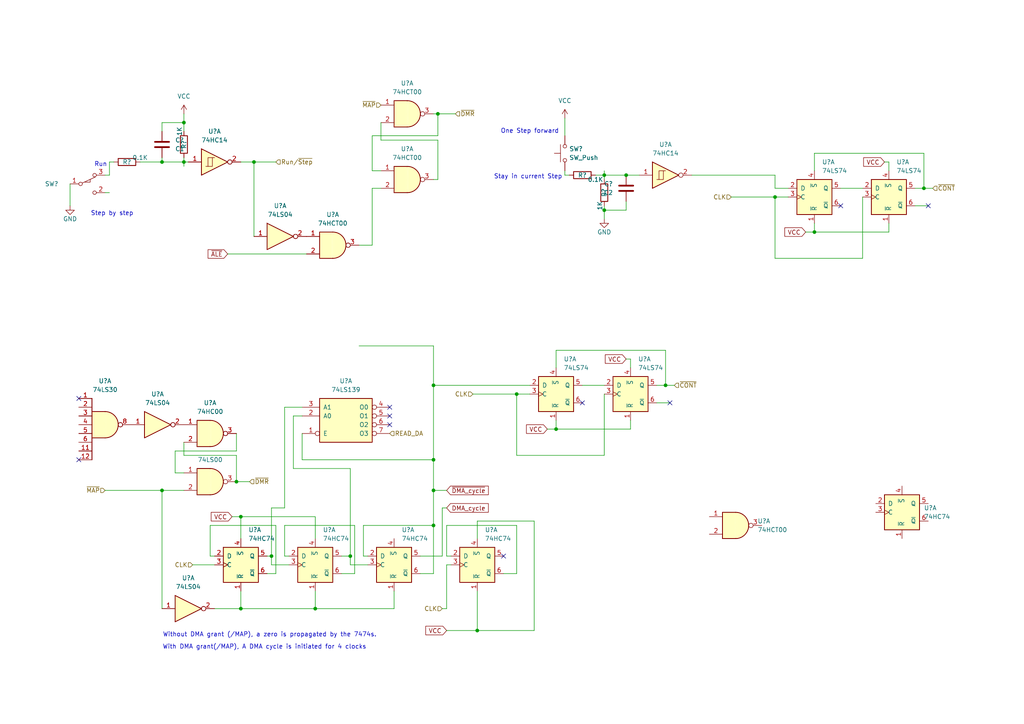
<source format=kicad_sch>
(kicad_sch (version 20250114) (generator "eeschema") (generator_version "9.0")
  (paper "A4")
  (lib_symbols
    (symbol "74xx:74HC00" (pin_names (offset 1.016))
      (property "Reference" "U" (at 0 1.27 0))
      (property "Value" "74HC00" (at 0 -1.27 0))
      (symbol "74HC00_1_1"
        (pin input line (at -7.62 2.54 0) (length 3.81) (name "~") (number "1"))
        (pin input line (at -7.62 -2.54 0) (length 3.81) (name "~") (number "2"))
        (pin output inverted (at 7.62 0 180) (length 3.81) (name "~") (number "3"))
      )
      (symbol "74HC00_1_2"
        (pin input inverted (at -7.62 2.54 0) (length 4.318) (name "~") (number "1"))
        (pin input inverted (at -7.62 -2.54 0) (length 4.318) (name "~") (number "2"))
        (pin output line (at 7.62 0 180) (length 3.81) (name "~") (number "3"))
      )
      (symbol "74HC00_2_1"
        (pin input line (at -7.62 2.54 0) (length 3.81) (name "~") (number "4"))
        (pin input line (at -7.62 -2.54 0) (length 3.81) (name "~") (number "5"))
        (pin output inverted (at 7.62 0 180) (length 3.81) (name "~") (number "6"))
      )
      (symbol "74HC00_2_2"
        (pin input inverted (at -7.62 2.54 0) (length 4.318) (name "~") (number "4"))
        (pin input inverted (at -7.62 -2.54 0) (length 4.318) (name "~") (number "5"))
        (pin output line (at 7.62 0 180) (length 3.81) (name "~") (number "6"))
      )
      (symbol "74HC00_3_1"
        (pin input line (at -7.62 2.54 0) (length 3.81) (name "~") (number "9"))
        (pin input line (at -7.62 -2.54 0) (length 3.81) (name "~") (number "10"))
        (pin output inverted (at 7.62 0 180) (length 3.81) (name "~") (number "8"))
      )
      (symbol "74HC00_3_2"
        (pin input inverted (at -7.62 2.54 0) (length 4.318) (name "~") (number "9"))
        (pin input inverted (at -7.62 -2.54 0) (length 4.318) (name "~") (number "10"))
        (pin output line (at 7.62 0 180) (length 3.81) (name "~") (number "8"))
      )
      (symbol "74HC00_4_1"
        (pin input line (at -7.62 2.54 0) (length 3.81) (name "~") (number "12"))
        (pin input line (at -7.62 -2.54 0) (length 3.81) (name "~") (number "13"))
        (pin output inverted (at 7.62 0 180) (length 3.81) (name "~") (number "11"))
      )
      (symbol "74HC00_4_2"
        (pin input inverted (at -7.62 2.54 0) (length 4.318) (name "~") (number "12"))
        (pin input inverted (at -7.62 -2.54 0) (length 4.318) (name "~") (number "13"))
        (pin output line (at 7.62 0 180) (length 3.81) (name "~") (number "11"))
      )
      (symbol "74HC00_5_0"
        (pin power_in line (at 0 12.7 270) (length 5.08) (name "VCC") (number "14"))
        (pin power_in line (at 0 -12.7 90) (length 5.08) (name "GND") (number "7"))
      )
    )
    (symbol "74xx:74HC14" (pin_names (offset 1.016))
      (property "Reference" "U" (at 0 1.27 0))
      (property "Value" "74HC14" (at 0 -1.27 0))
      (symbol "74HC14_1_0"
        (pin input line (at -7.62 0 0) (length 3.81) (name "~") (number "1"))
        (pin output inverted (at 7.62 0 180) (length 3.81) (name "~") (number "2"))
      )
      (symbol "74HC14_2_0"
        (pin input line (at -7.62 0 0) (length 3.81) (name "~") (number "3"))
        (pin output inverted (at 7.62 0 180) (length 3.81) (name "~") (number "4"))
      )
      (symbol "74HC14_3_0"
        (pin input line (at -7.62 0 0) (length 3.81) (name "~") (number "5"))
        (pin output inverted (at 7.62 0 180) (length 3.81) (name "~") (number "6"))
      )
      (symbol "74HC14_4_0"
        (pin input line (at -7.62 0 0) (length 3.81) (name "~") (number "9"))
        (pin output inverted (at 7.62 0 180) (length 3.81) (name "~") (number "8"))
      )
      (symbol "74HC14_5_0"
        (pin input line (at -7.62 0 0) (length 3.81) (name "~") (number "11"))
        (pin output inverted (at 7.62 0 180) (length 3.81) (name "~") (number "10"))
      )
      (symbol "74HC14_6_0"
        (pin input line (at -7.62 0 0) (length 3.81) (name "~") (number "13"))
        (pin output inverted (at 7.62 0 180) (length 3.81) (name "~") (number "12"))
      )
      (symbol "74HC14_7_0"
        (pin power_in line (at 0 12.7 270) (length 5.08) (name "VCC") (number "14"))
        (pin power_in line (at 0 -12.7 90) (length 5.08) (name "GND") (number "7"))
      )
    )
    (symbol "74xx:74HC74" (pin_names (offset 1.016))
      (property "Reference" "U" (at -7.62 8.89 0))
      (property "Value" "74HC74" (at -7.62 -8.89 0))
      (symbol "74HC74_1_0"
        (pin input line (at -7.62 2.54 0) (length 2.54) (name "D") (number "2"))
        (pin input clock (at -7.62 0 0) (length 2.54) (name "C") (number "3"))
        (pin input line (at 0 7.62 270) (length 2.54) (name "~{S}") (number "4"))
        (pin input line (at 0 -7.62 90) (length 2.54) (name "~{R}") (number "1"))
        (pin output line (at 7.62 2.54 180) (length 2.54) (name "Q") (number "5"))
        (pin output line (at 7.62 -2.54 180) (length 2.54) (name "~{Q}") (number "6"))
      )
      (symbol "74HC74_2_0"
        (pin input line (at -7.62 2.54 0) (length 2.54) (name "D") (number "12"))
        (pin input clock (at -7.62 0 0) (length 2.54) (name "C") (number "11"))
        (pin input line (at 0 7.62 270) (length 2.54) (name "~{S}") (number "10"))
        (pin input line (at 0 -7.62 90) (length 2.54) (name "~{R}") (number "13"))
        (pin output line (at 7.62 2.54 180) (length 2.54) (name "Q") (number "9"))
        (pin output line (at 7.62 -2.54 180) (length 2.54) (name "~{Q}") (number "8"))
      )
      (symbol "74HC74_3_0"
        (pin power_in line (at 0 10.16 270) (length 2.54) (name "VCC") (number "14"))
        (pin power_in line (at 0 -10.16 90) (length 2.54) (name "GND") (number "7"))
      )
    )
    (symbol "74xx:74HCT00" (pin_names (offset 1.016))
      (property "Reference" "U" (at 0 1.27 0))
      (property "Value" "74HCT00" (at 0 -1.27 0))
      (symbol "74HCT00_1_1"
        (pin input line (at -7.62 2.54 0) (length 3.81) (name "~") (number "1"))
        (pin input line (at -7.62 -2.54 0) (length 3.81) (name "~") (number "2"))
        (pin output inverted (at 7.62 0 180) (length 3.81) (name "~") (number "3"))
      )
      (symbol "74HCT00_1_2"
        (pin input inverted (at -7.62 2.54 0) (length 4.318) (name "~") (number "1"))
        (pin input inverted (at -7.62 -2.54 0) (length 4.318) (name "~") (number "2"))
        (pin output line (at 7.62 0 180) (length 3.81) (name "~") (number "3"))
      )
      (symbol "74HCT00_2_1"
        (pin input line (at -7.62 2.54 0) (length 3.81) (name "~") (number "4"))
        (pin input line (at -7.62 -2.54 0) (length 3.81) (name "~") (number "5"))
        (pin output inverted (at 7.62 0 180) (length 3.81) (name "~") (number "6"))
      )
      (symbol "74HCT00_2_2"
        (pin input inverted (at -7.62 2.54 0) (length 4.318) (name "~") (number "4"))
        (pin input inverted (at -7.62 -2.54 0) (length 4.318) (name "~") (number "5"))
        (pin output line (at 7.62 0 180) (length 3.81) (name "~") (number "6"))
      )
      (symbol "74HCT00_3_1"
        (pin input line (at -7.62 2.54 0) (length 3.81) (name "~") (number "9"))
        (pin input line (at -7.62 -2.54 0) (length 3.81) (name "~") (number "10"))
        (pin output inverted (at 7.62 0 180) (length 3.81) (name "~") (number "8"))
      )
      (symbol "74HCT00_3_2"
        (pin input inverted (at -7.62 2.54 0) (length 4.318) (name "~") (number "9"))
        (pin input inverted (at -7.62 -2.54 0) (length 4.318) (name "~") (number "10"))
        (pin output line (at 7.62 0 180) (length 3.81) (name "~") (number "8"))
      )
      (symbol "74HCT00_4_1"
        (pin input line (at -7.62 2.54 0) (length 3.81) (name "~") (number "12"))
        (pin input line (at -7.62 -2.54 0) (length 3.81) (name "~") (number "13"))
        (pin output inverted (at 7.62 0 180) (length 3.81) (name "~") (number "11"))
      )
      (symbol "74HCT00_4_2"
        (pin input inverted (at -7.62 2.54 0) (length 4.318) (name "~") (number "12"))
        (pin input inverted (at -7.62 -2.54 0) (length 4.318) (name "~") (number "13"))
        (pin output line (at 7.62 0 180) (length 3.81) (name "~") (number "11"))
      )
      (symbol "74HCT00_5_0"
        (pin power_in line (at 0 12.7 270) (length 5.08) (name "VCC") (number "14"))
        (pin power_in line (at 0 -12.7 90) (length 5.08) (name "GND") (number "7"))
      )
    )
    (symbol "74xx:74LS00" (pin_names (offset 1.016))
      (property "Reference" "U" (at 0 1.27 0))
      (property "Value" "74LS00" (at 0 -1.27 0))
      (symbol "74LS00_1_1"
        (pin input line (at -7.62 2.54 0) (length 3.81) (name "~") (number "1"))
        (pin input line (at -7.62 -2.54 0) (length 3.81) (name "~") (number "2"))
        (pin output inverted (at 7.62 0 180) (length 3.81) (name "~") (number "3"))
      )
      (symbol "74LS00_1_2"
        (pin input inverted (at -7.62 2.54 0) (length 4.318) (name "~") (number "1"))
        (pin input inverted (at -7.62 -2.54 0) (length 4.318) (name "~") (number "2"))
        (pin output line (at 7.62 0 180) (length 3.81) (name "~") (number "3"))
      )
      (symbol "74LS00_2_1"
        (pin input line (at -7.62 2.54 0) (length 3.81) (name "~") (number "4"))
        (pin input line (at -7.62 -2.54 0) (length 3.81) (name "~") (number "5"))
        (pin output inverted (at 7.62 0 180) (length 3.81) (name "~") (number "6"))
      )
      (symbol "74LS00_2_2"
        (pin input inverted (at -7.62 2.54 0) (length 4.318) (name "~") (number "4"))
        (pin input inverted (at -7.62 -2.54 0) (length 4.318) (name "~") (number "5"))
        (pin output line (at 7.62 0 180) (length 3.81) (name "~") (number "6"))
      )
      (symbol "74LS00_3_1"
        (pin input line (at -7.62 2.54 0) (length 3.81) (name "~") (number "9"))
        (pin input line (at -7.62 -2.54 0) (length 3.81) (name "~") (number "10"))
        (pin output inverted (at 7.62 0 180) (length 3.81) (name "~") (number "8"))
      )
      (symbol "74LS00_3_2"
        (pin input inverted (at -7.62 2.54 0) (length 4.318) (name "~") (number "9"))
        (pin input inverted (at -7.62 -2.54 0) (length 4.318) (name "~") (number "10"))
        (pin output line (at 7.62 0 180) (length 3.81) (name "~") (number "8"))
      )
      (symbol "74LS00_4_1"
        (pin input line (at -7.62 2.54 0) (length 3.81) (name "~") (number "12"))
        (pin input line (at -7.62 -2.54 0) (length 3.81) (name "~") (number "13"))
        (pin output inverted (at 7.62 0 180) (length 3.81) (name "~") (number "11"))
      )
      (symbol "74LS00_4_2"
        (pin input inverted (at -7.62 2.54 0) (length 4.318) (name "~") (number "12"))
        (pin input inverted (at -7.62 -2.54 0) (length 4.318) (name "~") (number "13"))
        (pin output line (at 7.62 0 180) (length 3.81) (name "~") (number "11"))
      )
      (symbol "74LS00_5_0"
        (pin power_in line (at 0 12.7 270) (length 5.08) (name "VCC") (number "14"))
        (pin power_in line (at 0 -12.7 90) (length 5.08) (name "GND") (number "7"))
      )
    )
    (symbol "74xx:74LS04"
      (property "Reference" "U" (at 0 1.27 0))
      (property "Value" "74LS04" (at 0 -1.27 0))
      (symbol "74LS04_1_0"
        (pin input line (at -7.62 0 0) (length 3.81) (name "~") (number "1"))
        (pin output inverted (at 7.62 0 180) (length 3.81) (name "~") (number "2"))
      )
      (symbol "74LS04_2_0"
        (pin input line (at -7.62 0 0) (length 3.81) (name "~") (number "3"))
        (pin output inverted (at 7.62 0 180) (length 3.81) (name "~") (number "4"))
      )
      (symbol "74LS04_3_0"
        (pin input line (at -7.62 0 0) (length 3.81) (name "~") (number "5"))
        (pin output inverted (at 7.62 0 180) (length 3.81) (name "~") (number "6"))
      )
      (symbol "74LS04_4_0"
        (pin input line (at -7.62 0 0) (length 3.81) (name "~") (number "9"))
        (pin output inverted (at 7.62 0 180) (length 3.81) (name "~") (number "8"))
      )
      (symbol "74LS04_5_0"
        (pin input line (at -7.62 0 0) (length 3.81) (name "~") (number "11"))
        (pin output inverted (at 7.62 0 180) (length 3.81) (name "~") (number "10"))
      )
      (symbol "74LS04_6_0"
        (pin input line (at -7.62 0 0) (length 3.81) (name "~") (number "13"))
        (pin output inverted (at 7.62 0 180) (length 3.81) (name "~") (number "12"))
      )
      (symbol "74LS04_7_0"
        (pin power_in line (at 0 12.7 270) (length 5.08) (name "VCC") (number "14"))
        (pin power_in line (at 0 -12.7 90) (length 5.08) (name "GND") (number "7"))
      )
    )
    (symbol "74xx:74LS139" (pin_names (offset 1.016))
      (property "Reference" "U" (at -7.62 8.89 0))
      (property "Value" "74LS139" (at -7.62 -8.89 0))
      (symbol "74LS139_1_0"
        (pin input line (at -12.7 2.54 0) (length 5.08) (name "A1") (number "3"))
        (pin input line (at -12.7 0 0) (length 5.08) (name "A0") (number "2"))
        (pin input inverted (at -12.7 -5.08 0) (length 5.08) (name "E") (number "1"))
        (pin output inverted (at 12.7 2.54 180) (length 5.08) (name "O0") (number "4"))
        (pin output inverted (at 12.7 0 180) (length 5.08) (name "O1") (number "5"))
        (pin output inverted (at 12.7 -2.54 180) (length 5.08) (name "O2") (number "6"))
        (pin output inverted (at 12.7 -5.08 180) (length 5.08) (name "O3") (number "7"))
      )
      (symbol "74LS139_2_0"
        (pin input line (at -12.7 2.54 0) (length 5.08) (name "A1") (number "13"))
        (pin input line (at -12.7 0 0) (length 5.08) (name "A0") (number "14"))
        (pin input inverted (at -12.7 -5.08 0) (length 5.08) (name "E") (number "15"))
        (pin output inverted (at 12.7 2.54 180) (length 5.08) (name "O0") (number "12"))
        (pin output inverted (at 12.7 0 180) (length 5.08) (name "O1") (number "11"))
        (pin output inverted (at 12.7 -2.54 180) (length 5.08) (name "O2") (number "10"))
        (pin output inverted (at 12.7 -5.08 180) (length 5.08) (name "O3") (number "9"))
      )
      (symbol "74LS139_3_0"
        (pin power_in line (at 0 12.7 270) (length 5.08) (name "VCC") (number "16"))
        (pin power_in line (at 0 -12.7 90) (length 5.08) (name "GND") (number "8"))
      )
    )
    (symbol "74xx:74LS30" (pin_names (offset 1.016))
      (property "Reference" "U" (at 0 1.27 0))
      (property "Value" "74LS30" (at 0 -1.27 0))
      (symbol "74LS30_1_1"
        (pin input line (at -7.62 7.62 0) (length 3.81) (name "~") (number "1"))
        (pin input line (at -7.62 5.08 0) (length 3.81) (name "~") (number "2"))
        (pin input line (at -7.62 2.54 0) (length 3.81) (name "~") (number "3"))
        (pin input line (at -7.62 0 0) (length 3.81) (name "~") (number "4"))
        (pin input line (at -7.62 -2.54 0) (length 3.81) (name "~") (number "5"))
        (pin input line (at -7.62 -5.08 0) (length 3.81) (name "~") (number "6"))
        (pin input line (at -7.62 -7.62 0) (length 3.81) (name "~") (number "11"))
        (pin input line (at -7.62 -10.16 0) (length 3.81) (name "~") (number "12"))
        (pin output inverted (at 7.62 0 180) (length 3.81) (name "~") (number "8"))
      )
      (symbol "74LS30_1_2"
        (pin input inverted (at -7.62 7.62 0) (length 3.81) (name "~") (number "1"))
        (pin input inverted (at -7.62 5.08 0) (length 3.81) (name "~") (number "2"))
        (pin input inverted (at -7.62 2.54 0) (length 4.5466) (name "~") (number "3"))
        (pin input inverted (at -7.62 0 0) (length 5.08) (name "~") (number "4"))
        (pin input inverted (at -7.62 -2.54 0) (length 4.5466) (name "~") (number "5"))
        (pin input inverted (at -7.62 -5.08 0) (length 3.81) (name "~") (number "6"))
        (pin input inverted (at -7.62 -7.62 0) (length 3.81) (name "~") (number "11"))
        (pin input inverted (at -7.62 -10.16 0) (length 3.81) (name "~") (number "12"))
        (pin output line (at 7.62 0 180) (length 3.81) (name "~") (number "8"))
      )
      (symbol "74LS30_2_0"
        (pin power_in line (at 0 12.7 270) (length 5.08) (name "VCC") (number "14"))
        (pin power_in line (at 0 -12.7 90) (length 5.08) (name "GND") (number "7"))
      )
    )
    (symbol "74xx:74LS74" (pin_names (offset 1.016))
      (property "Reference" "U" (at -7.62 8.89 0))
      (property "Value" "74LS74" (at -7.62 -8.89 0))
      (symbol "74LS74_1_0"
        (pin input line (at -7.62 2.54 0) (length 2.54) (name "D") (number "2"))
        (pin input clock (at -7.62 0 0) (length 2.54) (name "C") (number "3"))
        (pin input line (at 0 7.62 270) (length 2.54) (name "~{S}") (number "4"))
        (pin input line (at 0 -7.62 90) (length 2.54) (name "~{R}") (number "1"))
        (pin output line (at 7.62 2.54 180) (length 2.54) (name "Q") (number "5"))
        (pin output line (at 7.62 -2.54 180) (length 2.54) (name "~{Q}") (number "6"))
      )
      (symbol "74LS74_2_0"
        (pin input line (at -7.62 2.54 0) (length 2.54) (name "D") (number "12"))
        (pin input clock (at -7.62 0 0) (length 2.54) (name "C") (number "11"))
        (pin input line (at 0 7.62 270) (length 2.54) (name "~{S}") (number "10"))
        (pin input line (at 0 -7.62 90) (length 2.54) (name "~{R}") (number "13"))
        (pin output line (at 7.62 2.54 180) (length 2.54) (name "Q") (number "9"))
        (pin output line (at 7.62 -2.54 180) (length 2.54) (name "~{Q}") (number "8"))
      )
      (symbol "74LS74_3_0"
        (pin power_in line (at 0 10.16 270) (length 2.54) (name "VCC") (number "14"))
        (pin power_in line (at 0 -10.16 90) (length 2.54) (name "GND") (number "7"))
      )
    )
    (symbol "Device:C" (pin_numbers (hide yes)) (pin_names (offset 0.254))
      (property "Reference" "C" (at 0.635 2.54 0))
      (property "Value" "C" (at 0.635 -2.54 0))
      (symbol "C_1_1"
        (pin passive line (at 0 3.81 270) (length 2.794) (name "~") (number "1"))
        (pin passive line (at 0 -3.81 90) (length 2.794) (name "~") (number "2"))
      )
    )
    (symbol "Device:R" (pin_numbers (hide yes)) (pin_names (offset 0))
      (property "Reference" "R" (at 2.032 0 90))
      (property "Value" "R" (at 0 0 90))
      (symbol "R_1_1"
        (pin passive line (at 0 3.81 270) (length 1.27) (name "~") (number "1"))
        (pin passive line (at 0 -3.81 90) (length 1.27) (name "~") (number "2"))
      )
    )
    (symbol "Switch:SW_Push" (pin_numbers (hide yes)) (pin_names (offset 1.016) (hide yes))
      (property "Reference" "SW" (at 1.27 2.54 0))
      (property "Value" "SW_Push" (at 0 -1.524 0))
      (symbol "SW_Push_0_1"
        (pin passive line (at -5.08 0 0) (length 2.54) (name "1") (number "1"))
        (pin passive line (at 5.08 0 180) (length 2.54) (name "2") (number "2"))
      )
    )
    (symbol "Switch:SW_SPDT_XKB_DMx-xxxx-1" (pin_names (offset 0) (hide yes))
      (property "Reference" "SW" (at 0 4.318 0))
      (property "Value" "SW_SPDT_XKB_DMx-xxxx-1" (at 0 -5.588 0))
      (symbol "SW_SPDT_XKB_DMx-xxxx-1_1_1"
        (pin passive line (at -5.08 0 0) (length 2.54) (name "A") (number "1"))
        (pin passive line (at 5.08 2.54 180) (length 2.54) (name "C") (number "3"))
        (pin passive line (at 5.08 -2.54 180) (length 2.54) (name "B") (number "2"))
      )
    )
    (symbol "power:GND" (power) (pin_names (offset 0))
      (property "Value" "GND" (at 0 -3.81 0))
      (symbol "GND_1_1"
        (pin power_in line (at 0 0 270) (length 0) (hide yes) (name "GND") (number "1"))
      )
    )
    (symbol "power:VCC" (power) (pin_names (offset 0))
      (property "Value" "VCC" (at 0 3.81 0))
      (symbol "VCC_1_1"
        (pin power_in line (at 0 0 90) (length 0) (hide yes) (name "VCC") (number "1"))
      )
    )
  )
  (text "Without DMA grant (/MAP), a zero is propagated by the 7474s." (at 78.232 184.15 0) (effects (font (size 1.27 1.27))))
  (text "Run" (at 29.21 47.752 0) (effects (font (size 1.27 1.27))))
  (text "One Step forward" (at 153.67 38.1 0) (effects (font (size 1.27 1.27))))
  (text "Step by step" (at 32.512 61.976 0) (effects (font (size 1.27 1.27))))
  (text "With DMA grant(/MAP), A DMA cycle is initiated for 4 clocks" (at 76.708 187.706 0) (effects (font (size 1.27 1.27))))
  (text "Stay in current Step" (at 153.162 51.308 0) (effects (font (size 1.27 1.27))))
  (junction (at 46.99 142.24))
  (junction (at 175.26 50.8))
  (junction (at 53.34 35.56))
  (junction (at 46.99 46.99))
  (junction (at 138.43 182.88))
  (junction (at 127 33.02))
  (junction (at 53.34 46.99))
  (junction (at 149.86 114.3))
  (junction (at 125.73 152.4))
  (junction (at 78.74 161.29))
  (junction (at 91.44 176.53))
  (junction (at 193.04 111.76))
  (junction (at 125.73 133.35))
  (junction (at 175.26 60.96))
  (junction (at 125.73 142.24))
  (junction (at 68.58 139.7))
  (junction (at 69.85 176.53))
  (junction (at 101.6 161.29))
  (junction (at 224.79 57.15))
  (junction (at 73.66 46.99))
  (junction (at 161.29 124.46))
  (junction (at 69.85 149.86))
  (junction (at 267.97 54.61))
  (junction (at 125.73 111.76))
  (junction (at 236.22 67.31))
  (junction (at 181.61 50.8))
  (no_connect (at 194.31 116.84))
  (no_connect (at 22.86 133.35))
  (no_connect (at 113.03 123.19))
  (no_connect (at 168.91 116.84))
  (no_connect (at 22.86 115.57))
  (no_connect (at 269.24 59.69))
  (no_connect (at 243.84 59.69))
  (no_connect (at 113.03 120.65))
  (no_connect (at 113.03 118.11))
  (no_connect (at 146.05 161.29))
  (wire (pts (xy 46.99 38.1) (xy 46.99 35.56)))
  (wire (pts (xy 257.81 46.99) (xy 257.81 49.53)))
  (wire (pts (xy 200.66 50.8) (xy 224.79 50.8)))
  (wire (pts (xy 265.43 54.61) (xy 267.97 54.61)))
  (wire (pts (xy 46.99 142.24) (xy 53.34 142.24)))
  (wire (pts (xy 50.8 130.81) (xy 50.8 137.16)))
  (wire (pts (xy 40.64 46.99) (xy 46.99 46.99)))
  (wire (pts (xy 236.22 44.45) (xy 236.22 49.53)))
  (wire (pts (xy 68.58 125.73) (xy 68.58 130.81)))
  (wire (pts (xy 193.04 111.76) (xy 193.04 101.6)))
  (wire (pts (xy 101.6 163.83) (xy 106.68 163.83)))
  (wire (pts (xy 182.88 124.46) (xy 161.29 124.46)))
  (wire (pts (xy 87.63 125.73) (xy 87.63 133.35)))
  (wire (pts (xy 46.99 35.56) (xy 53.34 35.56)))
  (wire (pts (xy 73.66 46.99) (xy 73.66 68.58)))
  (wire (pts (xy 129.54 182.88) (xy 138.43 182.88)))
  (wire (pts (xy 138.43 182.88) (xy 138.43 171.45)))
  (wire (pts (xy 175.26 60.96) (xy 175.26 63.5)))
  (wire (pts (xy 101.6 135.89) (xy 101.6 161.29)))
  (wire (pts (xy 267.97 54.61) (xy 267.97 44.45)))
  (wire (pts (xy 212.09 57.15) (xy 224.79 57.15)))
  (wire (pts (xy 101.6 161.29) (xy 101.6 163.83)))
  (wire (pts (xy 77.47 161.29) (xy 78.74 161.29)))
  (wire (pts (xy 68.58 139.7) (xy 72.39 139.7)))
  (wire (pts (xy 181.61 50.8) (xy 185.42 50.8)))
  (wire (pts (xy 182.88 104.14) (xy 182.88 106.68)))
  (wire (pts (xy 138.43 151.13) (xy 138.43 156.21)))
  (wire (pts (xy 69.85 171.45) (xy 69.85 176.53)))
  (wire (pts (xy 69.85 176.53) (xy 62.23 176.53)))
  (wire (pts (xy 67.31 149.86) (xy 69.85 149.86)))
  (wire (pts (xy 193.04 101.6) (xy 161.29 101.6)))
  (wire (pts (xy 125.73 111.76) (xy 153.67 111.76)))
  (wire (pts (xy 91.44 176.53) (xy 114.3 176.53)))
  (wire (pts (xy 190.5 111.76) (xy 193.04 111.76)))
  (wire (pts (xy 82.55 152.4) (xy 82.55 161.29)))
  (wire (pts (xy 193.04 111.76) (xy 195.58 111.76)))
  (wire (pts (xy 77.47 166.37) (xy 80.01 166.37)))
  (wire (pts (xy 107.95 54.61) (xy 110.49 54.61)))
  (wire (pts (xy 121.92 166.37) (xy 125.73 166.37)))
  (wire (pts (xy 149.86 132.08) (xy 175.26 132.08)))
  (wire (pts (xy 102.87 166.37) (xy 102.87 152.4)))
  (wire (pts (xy 149.86 114.3) (xy 149.86 132.08)))
  (wire (pts (xy 53.34 35.56) (xy 53.34 38.1)))
  (wire (pts (xy 46.99 142.24) (xy 46.99 176.53)))
  (wire (pts (xy 66.04 73.66) (xy 88.9 73.66)))
  (wire (pts (xy 69.85 149.86) (xy 69.85 156.21)))
  (wire (pts (xy 129.54 161.29) (xy 130.81 161.29)))
  (wire (pts (xy 224.79 50.8) (xy 224.79 54.61)))
  (wire (pts (xy 256.54 46.99) (xy 257.81 46.99)))
  (wire (pts (xy 125.73 152.4) (xy 125.73 166.37)))
  (wire (pts (xy 138.43 182.88) (xy 154.94 182.88)))
  (wire (pts (xy 60.96 161.29) (xy 62.23 161.29)))
  (wire (pts (xy 172.72 50.8) (xy 175.26 50.8)))
  (wire (pts (xy 154.94 182.88) (xy 154.94 151.13)))
  (wire (pts (xy 69.85 46.99) (xy 73.66 46.99)))
  (wire (pts (xy 87.63 118.11) (xy 82.55 118.11)))
  (wire (pts (xy 149.86 152.4) (xy 129.54 152.4)))
  (wire (pts (xy 110.49 35.56) (xy 110.49 40.64)))
  (wire (pts (xy 105.41 161.29) (xy 105.41 152.4)))
  (wire (pts (xy 163.83 49.53) (xy 163.83 50.8)))
  (wire (pts (xy 85.09 120.65) (xy 85.09 135.89)))
  (wire (pts (xy 224.79 57.15) (xy 228.6 57.15)))
  (wire (pts (xy 107.95 39.37) (xy 107.95 49.53)))
  (wire (pts (xy 80.01 166.37) (xy 80.01 152.4)))
  (wire (pts (xy 129.54 176.53) (xy 129.54 163.83)))
  (wire (pts (xy 233.68 67.31) (xy 236.22 67.31)))
  (wire (pts (xy 102.87 152.4) (xy 82.55 152.4)))
  (wire (pts (xy 265.43 59.69) (xy 269.24 59.69)))
  (wire (pts (xy 181.61 60.96) (xy 181.61 58.42)))
  (wire (pts (xy 114.3 176.53) (xy 114.3 171.45)))
  (wire (pts (xy 125.73 142.24) (xy 125.73 152.4)))
  (wire (pts (xy 20.32 53.34) (xy 20.32 59.69)))
  (wire (pts (xy 53.34 45.72) (xy 53.34 46.99)))
  (wire (pts (xy 125.73 100.33) (xy 125.73 111.76)))
  (wire (pts (xy 175.26 60.96) (xy 181.61 60.96)))
  (wire (pts (xy 69.85 149.86) (xy 91.44 149.86)))
  (wire (pts (xy 128.27 147.32) (xy 128.27 161.29)))
  (wire (pts (xy 80.01 152.4) (xy 60.96 152.4)))
  (wire (pts (xy 50.8 137.16) (xy 53.34 137.16)))
  (wire (pts (xy 85.09 135.89) (xy 101.6 135.89)))
  (wire (pts (xy 121.92 161.29) (xy 128.27 161.29)))
  (wire (pts (xy 69.85 176.53) (xy 91.44 176.53)))
  (wire (pts (xy 78.74 147.32) (xy 82.55 147.32)))
  (wire (pts (xy 158.75 124.46) (xy 161.29 124.46)))
  (wire (pts (xy 46.99 45.72) (xy 46.99 46.99)))
  (wire (pts (xy 105.41 152.4) (xy 125.73 152.4)))
  (wire (pts (xy 105.41 161.29) (xy 106.68 161.29)))
  (wire (pts (xy 149.86 114.3) (xy 153.67 114.3)))
  (wire (pts (xy 224.79 57.15) (xy 224.79 74.93)))
  (wire (pts (xy 127 39.37) (xy 107.95 39.37)))
  (wire (pts (xy 107.95 71.12) (xy 107.95 54.61)))
  (wire (pts (xy 129.54 163.83) (xy 130.81 163.83)))
  (wire (pts (xy 224.79 74.93) (xy 250.19 74.93)))
  (wire (pts (xy 55.88 163.83) (xy 62.23 163.83)))
  (wire (pts (xy 31.75 46.99) (xy 33.02 46.99)))
  (wire (pts (xy 125.73 142.24) (xy 129.54 142.24)))
  (wire (pts (xy 125.73 33.02) (xy 127 33.02)))
  (wire (pts (xy 31.75 46.99) (xy 31.75 50.8)))
  (wire (pts (xy 125.73 133.35) (xy 125.73 142.24)))
  (wire (pts (xy 46.99 46.99) (xy 53.34 46.99)))
  (wire (pts (xy 91.44 149.86) (xy 91.44 156.21)))
  (wire (pts (xy 30.48 50.8) (xy 31.75 50.8)))
  (wire (pts (xy 104.14 100.33) (xy 125.73 100.33)))
  (wire (pts (xy 128.27 147.32) (xy 129.54 147.32)))
  (wire (pts (xy 243.84 54.61) (xy 250.19 54.61)))
  (wire (pts (xy 78.74 161.29) (xy 78.74 147.32)))
  (wire (pts (xy 30.48 142.24) (xy 46.99 142.24)))
  (wire (pts (xy 53.34 33.02) (xy 53.34 35.56)))
  (wire (pts (xy 175.26 50.8) (xy 175.26 49.53)))
  (wire (pts (xy 82.55 118.11) (xy 82.55 147.32)))
  (wire (pts (xy 107.95 49.53) (xy 110.49 49.53)))
  (wire (pts (xy 127 33.02) (xy 127 39.37)))
  (wire (pts (xy 127 33.02) (xy 132.08 33.02)))
  (wire (pts (xy 110.49 40.64) (xy 127 40.64)))
  (wire (pts (xy 267.97 44.45) (xy 236.22 44.45)))
  (wire (pts (xy 78.74 163.83) (xy 83.82 163.83)))
  (wire (pts (xy 236.22 67.31) (xy 236.22 64.77)))
  (wire (pts (xy 99.06 166.37) (xy 102.87 166.37)))
  (wire (pts (xy 224.79 54.61) (xy 228.6 54.61)))
  (wire (pts (xy 146.05 166.37) (xy 149.86 166.37)))
  (wire (pts (xy 78.74 161.29) (xy 78.74 163.83)))
  (wire (pts (xy 175.26 52.07) (xy 175.26 50.8)))
  (wire (pts (xy 257.81 67.31) (xy 236.22 67.31)))
  (wire (pts (xy 137.16 114.3) (xy 149.86 114.3)))
  (wire (pts (xy 53.34 46.99) (xy 54.61 46.99)))
  (wire (pts (xy 129.54 152.4) (xy 129.54 161.29)))
  (wire (pts (xy 161.29 124.46) (xy 161.29 121.92)))
  (wire (pts (xy 163.83 34.29) (xy 163.83 39.37)))
  (wire (pts (xy 168.91 111.76) (xy 175.26 111.76)))
  (wire (pts (xy 175.26 50.8) (xy 181.61 50.8)))
  (wire (pts (xy 127 40.64) (xy 127 52.07)))
  (wire (pts (xy 175.26 59.69) (xy 175.26 60.96)))
  (wire (pts (xy 68.58 130.81) (xy 50.8 130.81)))
  (wire (pts (xy 87.63 120.65) (xy 85.09 120.65)))
  (wire (pts (xy 68.58 132.08) (xy 53.34 132.08)))
  (wire (pts (xy 53.34 46.99) (xy 53.34 48.26)))
  (wire (pts (xy 161.29 101.6) (xy 161.29 106.68)))
  (wire (pts (xy 267.97 54.61) (xy 270.51 54.61)))
  (wire (pts (xy 91.44 171.45) (xy 91.44 176.53)))
  (wire (pts (xy 257.81 64.77) (xy 257.81 67.31)))
  (wire (pts (xy 125.73 111.76) (xy 125.73 133.35)))
  (wire (pts (xy 149.86 166.37) (xy 149.86 152.4)))
  (wire (pts (xy 82.55 161.29) (xy 83.82 161.29)))
  (wire (pts (xy 250.19 57.15) (xy 250.19 74.93)))
  (wire (pts (xy 128.27 176.53) (xy 129.54 176.53)))
  (wire (pts (xy 104.14 71.12) (xy 107.95 71.12)))
  (wire (pts (xy 99.06 161.29) (xy 101.6 161.29)))
  (wire (pts (xy 127 52.07) (xy 125.73 52.07)))
  (wire (pts (xy 30.48 55.88) (xy 31.75 55.88)))
  (wire (pts (xy 73.66 46.99) (xy 80.01 46.99)))
  (wire (pts (xy 60.96 152.4) (xy 60.96 161.29)))
  (wire (pts (xy 87.63 133.35) (xy 125.73 133.35)))
  (wire (pts (xy 182.88 121.92) (xy 182.88 124.46)))
  (wire (pts (xy 163.83 50.8) (xy 165.1 50.8)))
  (wire (pts (xy 68.58 139.7) (xy 68.58 132.08)))
  (wire (pts (xy 175.26 114.3) (xy 175.26 132.08)))
  (wire (pts (xy 53.34 128.27) (xy 53.34 132.08)))
  (wire (pts (xy 190.5 116.84) (xy 194.31 116.84)))
  (wire (pts (xy 154.94 151.13) (xy 138.43 151.13)))
  (wire (pts (xy 181.61 104.14) (xy 182.88 104.14)))
  (global_label "VCC" (shape input) (at 233.68 67.31 180) (property "Intersheetrefs" "${INTERSHEET_REFS}" (effects (hide yes))))
  (global_label "VCC" (shape input) (at 67.31 149.86 180) (property "Intersheetrefs" "${INTERSHEET_REFS}" (effects (hide yes))))
  (global_label "VCC" (shape input) (at 158.75 124.46 180) (property "Intersheetrefs" "${INTERSHEET_REFS}" (effects (hide yes))))
  (global_label "VCC" (shape input) (at 181.61 104.14 180) (property "Intersheetrefs" "${INTERSHEET_REFS}" (effects (hide yes))))
  (global_label "~{DMA_cycle}" (shape input) (at 129.54 142.24 0) (property "Intersheetrefs" "${INTERSHEET_REFS}" (effects (hide yes))))
  (global_label "~{ALE}" (shape input) (at 66.04 73.66 180) (property "Intersheetrefs" "${INTERSHEET_REFS}" (effects (hide yes))))
  (global_label "VCC" (shape input) (at 129.54 182.88 180) (property "Intersheetrefs" "${INTERSHEET_REFS}" (effects (hide yes))))
  (global_label "VCC" (shape input) (at 256.54 46.99 180) (property "Intersheetrefs" "${INTERSHEET_REFS}" (effects (hide yes))))
  (global_label "DMA_cycle" (shape input) (at 129.54 147.32 0) (property "Intersheetrefs" "${INTERSHEET_REFS}" (effects (hide yes))))
  (hierarchical_label "~{CONT}" (shape input) (at 270.51 54.61 0))
  (hierarchical_label "Run{slash}~{Step}" (shape input) (at 80.01 46.99 0))
  (hierarchical_label "~{MAP}" (shape input) (at 30.48 142.24 180))
  (hierarchical_label "CLK" (shape input) (at 55.88 163.83 180))
  (hierarchical_label "~{MAP}" (shape input) (at 110.49 30.48 180))
  (hierarchical_label "~{CONT}" (shape input) (at 195.58 111.76 0))
  (hierarchical_label "READ_DA" (shape input) (at 113.03 125.73 0))
  (hierarchical_label "~{DMR}" (shape input) (at 132.08 33.02 0))
  (hierarchical_label "CLK" (shape input) (at 212.09 57.15 180))
  (hierarchical_label "CLK" (shape input) (at 137.16 114.3 180))
  (hierarchical_label "~{DMR}" (shape input) (at 72.39 139.7 0))
  (hierarchical_label "CLK" (shape input) (at 128.27 176.53 180))
  (symbol (lib_id "74xx:74LS74") (at 161.29 114.3 0) (unit 1)
    (property "Reference" "U?" (at 163.4841 104.14 0) (effects (justify left)))
    (property "Value" "74LS74" (at 163.4841 106.68 0) (effects (justify left)))
    (property "Datasheet" "74xx/74hc_hct74.pdf" (effects (hide yes)))
  )
  (symbol (lib_id "74xx:74LS00") (at 60.96 139.7 0) (unit 1)
    (property "Reference" "U?" (effects (hide yes)))
    (property "Value" "74LS00" (at 60.9517 133.35 0))
    (property "Datasheet" "http://www.ti.com/lit/gpn/sn74ls00" (effects (hide yes)))
  )
  (symbol (lib_id "74xx:74HCT00") (at 96.52 71.12 0) (unit 1)
    (property "Reference" "U?" (at 96.5117 62.23 0))
    (property "Value" "74HCT00" (at 96.5117 64.77 0))
    (property "Datasheet" "http://www.ti.com/lit/gpn/sn74hct00" (effects (hide yes)))
    (property "Description" "quad 2-input NAND gate" (effects (hide yes)))
  )
  (symbol (lib_id "Switch:SW_SPDT_XKB_DMx-xxxx-1") (at 25.4 53.34 0) (unit 1)
    (property "Reference" "SW?" (at 14.986 53.34 0))
    (property "Value" "SW_SPDT_XKB_DMx-xxxx-1" (effects (hide yes)))
    (property "Description" "Position switch" (effects (hide yes)))
  )
  (symbol (lib_id "74xx:74HCT00") (at 213.36 152.4 0) (unit 1)
    (property "Reference" "U?" (at 219.71 151.1299 0) (effects (justify left)))
    (property "Value" "74HCT00" (at 219.71 153.6699 0) (effects (justify left)))
    (property "Datasheet" "http://www.ti.com/lit/gpn/sn74hct00" (effects (hide yes)))
    (property "Description" "quad 2-input NAND gate" (effects (hide yes)))
  )
  (symbol (lib_id "74xx:74LS04") (at 81.28 68.58 0) (unit 1)
    (property "Reference" "U?" (at 81.28 59.69 0))
    (property "Value" "74LS04" (at 81.28 62.23 0))
    (property "Datasheet" "http://www.ti.com/lit/gpn/sn74LS04" (effects (hide yes)))
  )
  (symbol (lib_id "74xx:74HC74") (at 114.3 163.83 0) (unit 1)
    (property "Reference" "U?" (at 116.4941 153.67 0) (effects (justify left)))
    (property "Value" "74HC74" (at 116.4941 156.21 0) (effects (justify left)))
    (property "Datasheet" "74xx/74hc_hct74.pdf" (effects (hide yes)))
  )
  (symbol (lib_id "74xx:74LS30") (at 30.48 123.19 0) (unit 1)
    (property "Reference" "U?" (at 30.4717 110.49 0))
    (property "Value" "74LS30" (at 30.4717 113.03 0))
    (property "Datasheet" "http://www.ti.com/lit/gpn/sn74LS30" (effects (hide yes)))
    (property "Description" "8-input NAND" (effects (hide yes)))
  )
  (symbol (lib_id "power:VCC") (at 163.83 34.29 0) (unit 1)
    (property "Reference" "#PWR?" (effects (hide yes)))
    (property "Value" "VCC" (at 163.83 29.21 0))
    (property "Description" "Power symbol creates a global label with name \"VCC\"" (effects (hide yes)))
  )
  (symbol (lib_id "74xx:74HC14") (at 62.23 46.99 0) (unit 1)
    (property "Reference" "U?" (at 62.23 38.1 0))
    (property "Value" "74HC14" (at 62.23 40.64 0))
    (property "Footprint" "Package_DIP:DIP-14_W7.62mm" (effects (hide yes)))
    (property "Datasheet" "http://www.ti.com/lit/gpn/sn74HC14" (effects (hide yes)))
    (property "Description" "Hex inverter schmitt trigger" (effects (hide yes)))
  )
  (symbol (lib_id "Switch:SW_Push") (at 163.83 44.45 90) (mirror x) (unit 1)
    (property "Reference" "SW?" (at 165.1 43.1799 90) (effects (justify right)))
    (property "Value" "SW_Push" (at 165.1 45.7199 90) (effects (justify right)))
    (property "Footprint" "Button_Switch_THT:SW_PUSH_6mm" (effects (hide yes)))
    (property "Description" "Push button switch, generic, two pins" (effects (hide yes)))
  )
  (symbol (lib_id "74xx:74HCT00") (at 118.11 52.07 0) (unit 1)
    (property "Reference" "U?" (at 118.1017 43.18 0))
    (property "Value" "74HCT00" (at 118.1017 45.72 0))
    (property "Datasheet" "http://www.ti.com/lit/gpn/sn74hct00" (effects (hide yes)))
    (property "Description" "quad 2-input NAND gate" (effects (hide yes)))
  )
  (symbol (lib_id "74xx:74LS139") (at 100.33 120.65 0) (unit 1)
    (property "Reference" "U?" (at 100.33 110.49 0))
    (property "Value" "74LS139" (at 100.33 113.03 0))
    (property "Datasheet" "http://www.ti.com/lit/ds/symlink/sn74ls139a.pdf" (effects (hide yes)))
    (property "Description" "Dual Decoder 1 of 4, Active low outputs" (effects (hide yes)))
  )
  (symbol (lib_id "74xx:74HC74") (at 138.43 163.83 0) (unit 1)
    (property "Reference" "U?" (at 140.6241 153.67 0) (effects (justify left)))
    (property "Value" "74HC74" (at 140.6241 156.21 0) (effects (justify left)))
    (property "Datasheet" "74xx/74hc_hct74.pdf" (effects (hide yes)))
  )
  (symbol (lib_id "Device:R") (at 36.83 46.99 270) (unit 1)
    (property "Reference" "R?" (at 36.83 46.99 90))
    (property "Value" "0.1K" (at 40.64 45.72 90))
    (property "Footprint" "Resistor_SMD:R_0603_1608Metric_Pad0.98x0.95mm_HandSolder" (effects (hide yes)))
    (property "Description" "Resistor" (effects (hide yes)))
  )
  (symbol (lib_id "74xx:74LS04") (at 45.72 123.19 0) (unit 1)
    (property "Reference" "U?" (at 45.72 114.3 0))
    (property "Value" "74LS04" (at 45.72 116.84 0))
    (property "Datasheet" "http://www.ti.com/lit/gpn/sn74LS04" (effects (hide yes)))
  )
  (symbol (lib_id "Device:R") (at 168.91 50.8 270) (mirror x) (unit 1)
    (property "Reference" "R?" (at 168.91 50.8 90))
    (property "Value" "0.1K" (at 172.72 52.07 90))
    (property "Footprint" "Resistor_SMD:R_0603_1608Metric_Pad0.98x0.95mm_HandSolder" (effects (hide yes)))
    (property "Description" "Resistor" (effects (hide yes)))
  )
  (symbol (lib_id "Device:C") (at 46.99 41.91 0) (unit 1)
    (property "Reference" "C?" (at 50.8 40.6399 0) (effects (justify left)))
    (property "Value" "C1" (at 50.8 43.1799 0) (effects (justify left)))
    (property "Footprint" "Capacitor_SMD:C_0805_2012Metric_Pad1.18x1.45mm_HandSolder" (effects (hide yes)))
    (property "Description" "Unpolarized capacitor" (effects (hide yes)))
  )
  (symbol (lib_id "Device:C") (at 181.61 54.61 0) (mirror x) (unit 1)
    (property "Reference" "C?" (at 177.8 53.3399 0) (effects (justify right)))
    (property "Value" "C2" (at 177.8 55.8799 0) (effects (justify right)))
    (property "Footprint" "Capacitor_SMD:C_0805_2012Metric_Pad1.18x1.45mm_HandSolder" (effects (hide yes)))
    (property "Description" "Unpolarized capacitor" (effects (hide yes)))
  )
  (symbol (lib_id "74xx:74HCT00") (at 118.11 33.02 0) (unit 1)
    (property "Reference" "U?" (at 118.1017 24.13 0))
    (property "Value" "74HCT00" (at 118.1017 26.67 0))
    (property "Datasheet" "http://www.ti.com/lit/gpn/sn74hct00" (effects (hide yes)))
    (property "Description" "quad 2-input NAND gate" (effects (hide yes)))
  )
  (symbol (lib_id "74xx:74HC74") (at 91.44 163.83 0) (unit 1)
    (property "Reference" "U?" (at 93.6341 153.67 0) (effects (justify left)))
    (property "Value" "74HC74" (at 93.6341 156.21 0) (effects (justify left)))
    (property "Datasheet" "74xx/74hc_hct74.pdf" (effects (hide yes)))
  )
  (symbol (lib_id "74xx:74HC00") (at 60.96 125.73 0) (unit 1)
    (property "Reference" "U?" (at 60.9517 116.84 0))
    (property "Value" "74HC00" (at 60.9517 119.38 0))
    (property "Datasheet" "http://www.ti.com/lit/gpn/sn74hc00" (effects (hide yes)))
  )
  (symbol (lib_id "power:GND") (at 20.32 59.69 0) (unit 1)
    (property "Reference" "#PWR?" (effects (hide yes)))
    (property "Value" "GND" (at 20.32 63.5 0))
    (property "Description" "Power symbol creates a global label with name \"GND\" , ground" (effects (hide yes)))
  )
  (symbol (lib_id "74xx:74LS74") (at 257.81 57.15 0) (unit 1)
    (property "Reference" "U?" (at 260.0041 46.99 0) (effects (justify left)))
    (property "Value" "74LS74" (at 260.0041 49.53 0) (effects (justify left)))
    (property "Datasheet" "74xx/74hc_hct74.pdf" (effects (hide yes)))
  )
  (symbol (lib_id "power:VCC") (at 53.34 33.02 0) (unit 1)
    (property "Reference" "#PWR?" (effects (hide yes)))
    (property "Value" "VCC" (at 53.34 27.94 0))
    (property "Description" "Power symbol creates a global label with name \"VCC\"" (effects (hide yes)))
  )
  (symbol (lib_id "74xx:74HC74") (at 69.85 163.83 0) (unit 1)
    (property "Reference" "U?" (at 72.0441 153.67 0) (effects (justify left)))
    (property "Value" "74HC74" (at 72.0441 156.21 0) (effects (justify left)))
    (property "Datasheet" "74xx/74hc_hct74.pdf" (effects (hide yes)))
  )
  (symbol (lib_id "74xx:74HC14") (at 193.04 50.8 0) (unit 1)
    (property "Reference" "U?" (at 193.04 41.91 0))
    (property "Value" "74HC14" (at 193.04 44.45 0))
    (property "Footprint" "Package_DIP:DIP-14_W7.62mm" (effects (hide yes)))
    (property "Datasheet" "http://www.ti.com/lit/gpn/sn74HC14" (effects (hide yes)))
    (property "Description" "Hex inverter schmitt trigger" (effects (hide yes)))
  )
  (symbol (lib_id "74xx:74LS74") (at 236.22 57.15 0) (unit 1)
    (property "Reference" "U?" (at 238.4141 46.99 0) (effects (justify left)))
    (property "Value" "74LS74" (at 238.4141 49.53 0) (effects (justify left)))
    (property "Datasheet" "74xx/74hc_hct74.pdf" (effects (hide yes)))
  )
  (symbol (lib_id "74xx:74HC74") (at 261.62 148.59 0) (unit 1)
    (property "Reference" "U?" (at 267.97 147.3199 0) (effects (justify left)))
    (property "Value" "74HC74" (at 267.97 149.8599 0) (effects (justify left)))
    (property "Datasheet" "74xx/74hc_hct74.pdf" (effects (hide yes)))
    (property "Description" "Dual D Flip-flop, Set & Reset" (effects (hide yes)))
  )
  (symbol (lib_id "74xx:74LS74") (at 182.88 114.3 0) (unit 1)
    (property "Reference" "U?" (at 185.0741 104.14 0) (effects (justify left)))
    (property "Value" "74LS74" (at 185.0741 106.68 0) (effects (justify left)))
    (property "Datasheet" "74xx/74hc_hct74.pdf" (effects (hide yes)))
  )
  (symbol (lib_id "Device:R") (at 175.26 55.88 0) (mirror x) (unit 1)
    (property "Reference" "R?" (at 175.26 55.88 90))
    (property "Value" "1K" (at 173.99 59.69 90))
    (property "Footprint" "Resistor_SMD:R_0603_1608Metric_Pad0.98x0.95mm_HandSolder" (effects (hide yes)))
    (property "Description" "Resistor" (effects (hide yes)))
  )
  (symbol (lib_id "Device:R") (at 53.34 41.91 0) (unit 1)
    (property "Reference" "R?" (at 53.34 41.91 90))
    (property "Value" "1K" (at 52.07 38.1 90))
    (property "Footprint" "Resistor_SMD:R_0603_1608Metric_Pad0.98x0.95mm_HandSolder" (effects (hide yes)))
    (property "Description" "Resistor" (effects (hide yes)))
  )
  (symbol (lib_id "power:GND") (at 175.26 63.5 0) (unit 1)
    (property "Reference" "#PWR?" (effects (hide yes)))
    (property "Value" "GND" (at 175.26 67.31 0))
    (property "Description" "Power symbol creates a global label with name \"GND\" , ground" (effects (hide yes)))
  )
  (symbol (lib_id "74xx:74LS04") (at 54.61 176.53 0) (unit 1)
    (property "Reference" "U?" (at 54.61 167.64 0))
    (property "Value" "74LS04" (at 54.61 170.18 0))
    (property "Datasheet" "http://www.ti.com/lit/gpn/sn74LS04" (effects (hide yes)))
  )
)
</source>
